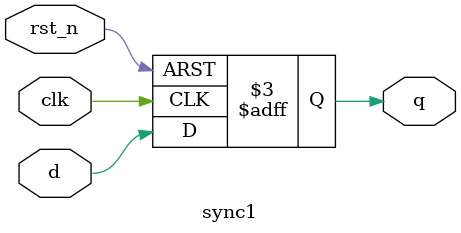
<source format=v>
module sync1(
			input			clk
			,input		rst_n
			,input		d
			,output		reg q

);
always@(posedge clk or negedge rst_n)begin
		if(!rst_n) q <= 1'b0;
		else q <= d;
		end
endmodule
</source>
